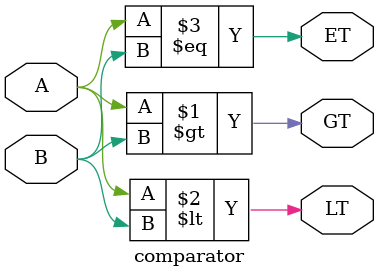
<source format=sv>
module comparator(
input logic A,B,
output logic GT,LT,ET
);

assign GT = A>B;
assign LT = A<B;
assign ET = A==B;

endmodule
</source>
